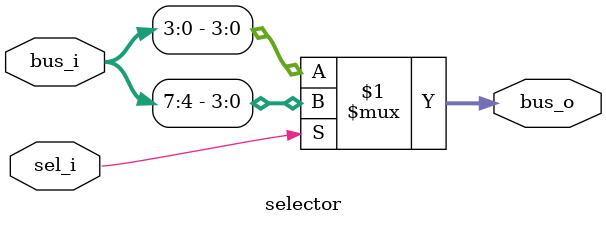
<source format=sv>

module selector
#(parameter width_p = 8)
(
    input [width_p-1:0] bus_i,
    input sel_i,
    output [width_p/2-1:0] bus_o
);

    assign bus_o = sel_i ? bus_i[width_p-1:width_p/2] : bus_i[width_p/2-1:0];



endmodule
</source>
